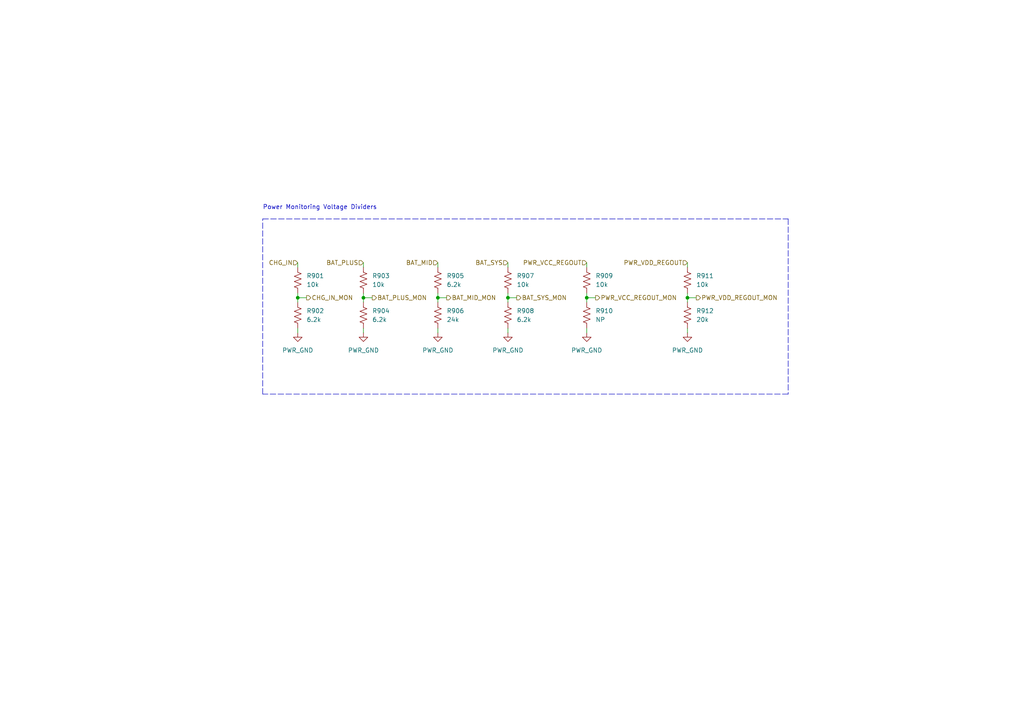
<source format=kicad_sch>
(kicad_sch
	(version 20250114)
	(generator "eeschema")
	(generator_version "9.0")
	(uuid "c237671d-0536-44e0-bf6b-a295570ab8fa")
	(paper "A4")
	(title_block
		(title "Power delivery Board")
		(date "2025-06-25")
		(rev "B")
		(comment 1 "the developed autonomous robot platform powered by LEGO Technic HUB and Rasberry Pi")
		(comment 2 "Design implemets a battery management system and power delivert for use with")
		(comment 3 "Distributed Open-source as: CC BY-SA 4.0")
	)
	(lib_symbols
		(symbol "Device:R_US"
			(pin_numbers
				(hide yes)
			)
			(pin_names
				(offset 0)
			)
			(exclude_from_sim no)
			(in_bom yes)
			(on_board yes)
			(property "Reference" "R"
				(at 2.54 0 90)
				(effects
					(font
						(size 1.27 1.27)
					)
				)
			)
			(property "Value" "R_US"
				(at -2.54 0 90)
				(effects
					(font
						(size 1.27 1.27)
					)
				)
			)
			(property "Footprint" ""
				(at 1.016 -0.254 90)
				(effects
					(font
						(size 1.27 1.27)
					)
					(hide yes)
				)
			)
			(property "Datasheet" "~"
				(at 0 0 0)
				(effects
					(font
						(size 1.27 1.27)
					)
					(hide yes)
				)
			)
			(property "Description" "Resistor, US symbol"
				(at 0 0 0)
				(effects
					(font
						(size 1.27 1.27)
					)
					(hide yes)
				)
			)
			(property "ki_keywords" "R res resistor"
				(at 0 0 0)
				(effects
					(font
						(size 1.27 1.27)
					)
					(hide yes)
				)
			)
			(property "ki_fp_filters" "R_*"
				(at 0 0 0)
				(effects
					(font
						(size 1.27 1.27)
					)
					(hide yes)
				)
			)
			(symbol "R_US_0_1"
				(polyline
					(pts
						(xy 0 2.286) (xy 0 2.54)
					)
					(stroke
						(width 0)
						(type default)
					)
					(fill
						(type none)
					)
				)
				(polyline
					(pts
						(xy 0 2.286) (xy 1.016 1.905) (xy 0 1.524) (xy -1.016 1.143) (xy 0 0.762)
					)
					(stroke
						(width 0)
						(type default)
					)
					(fill
						(type none)
					)
				)
				(polyline
					(pts
						(xy 0 0.762) (xy 1.016 0.381) (xy 0 0) (xy -1.016 -0.381) (xy 0 -0.762)
					)
					(stroke
						(width 0)
						(type default)
					)
					(fill
						(type none)
					)
				)
				(polyline
					(pts
						(xy 0 -0.762) (xy 1.016 -1.143) (xy 0 -1.524) (xy -1.016 -1.905) (xy 0 -2.286)
					)
					(stroke
						(width 0)
						(type default)
					)
					(fill
						(type none)
					)
				)
				(polyline
					(pts
						(xy 0 -2.286) (xy 0 -2.54)
					)
					(stroke
						(width 0)
						(type default)
					)
					(fill
						(type none)
					)
				)
			)
			(symbol "R_US_1_1"
				(pin passive line
					(at 0 3.81 270)
					(length 1.27)
					(name "~"
						(effects
							(font
								(size 1.27 1.27)
							)
						)
					)
					(number "1"
						(effects
							(font
								(size 1.27 1.27)
							)
						)
					)
				)
				(pin passive line
					(at 0 -3.81 90)
					(length 1.27)
					(name "~"
						(effects
							(font
								(size 1.27 1.27)
							)
						)
					)
					(number "2"
						(effects
							(font
								(size 1.27 1.27)
							)
						)
					)
				)
			)
			(embedded_fonts no)
		)
		(symbol "power:GND"
			(power)
			(pin_names
				(offset 0)
			)
			(exclude_from_sim no)
			(in_bom yes)
			(on_board yes)
			(property "Reference" "#PWR"
				(at 0 -6.35 0)
				(effects
					(font
						(size 1.27 1.27)
					)
					(hide yes)
				)
			)
			(property "Value" "GND"
				(at 0 -3.81 0)
				(effects
					(font
						(size 1.27 1.27)
					)
				)
			)
			(property "Footprint" ""
				(at 0 0 0)
				(effects
					(font
						(size 1.27 1.27)
					)
					(hide yes)
				)
			)
			(property "Datasheet" ""
				(at 0 0 0)
				(effects
					(font
						(size 1.27 1.27)
					)
					(hide yes)
				)
			)
			(property "Description" "Power symbol creates a global label with name \"GND\" , ground"
				(at 0 0 0)
				(effects
					(font
						(size 1.27 1.27)
					)
					(hide yes)
				)
			)
			(property "ki_keywords" "power-flag"
				(at 0 0 0)
				(effects
					(font
						(size 1.27 1.27)
					)
					(hide yes)
				)
			)
			(symbol "GND_0_1"
				(polyline
					(pts
						(xy 0 0) (xy 0 -1.27) (xy 1.27 -1.27) (xy 0 -2.54) (xy -1.27 -1.27) (xy 0 -1.27)
					)
					(stroke
						(width 0)
						(type default)
					)
					(fill
						(type none)
					)
				)
			)
			(symbol "GND_1_1"
				(pin power_in line
					(at 0 0 270)
					(length 0)
					(hide yes)
					(name "GND"
						(effects
							(font
								(size 1.27 1.27)
							)
						)
					)
					(number "1"
						(effects
							(font
								(size 1.27 1.27)
							)
						)
					)
				)
			)
			(embedded_fonts no)
		)
	)
	(text "Power Monitoring Voltage Dividers"
		(exclude_from_sim no)
		(at 76.2 60.96 0)
		(effects
			(font
				(size 1.27 1.27)
			)
			(justify left bottom)
		)
		(uuid "287b0575-df6f-4e56-9b98-96b46fe62b17")
	)
	(junction
		(at 170.18 86.36)
		(diameter 0)
		(color 0 0 0 0)
		(uuid "13b4e3ec-d241-4ee5-a112-0a19e9cf9fb9")
	)
	(junction
		(at 199.39 86.36)
		(diameter 0)
		(color 0 0 0 0)
		(uuid "18d24892-c1d5-4c23-930d-fbf20b048a08")
	)
	(junction
		(at 105.41 86.36)
		(diameter 0)
		(color 0 0 0 0)
		(uuid "7737f274-559e-4c29-9e67-2892150437a6")
	)
	(junction
		(at 86.36 86.36)
		(diameter 0)
		(color 0 0 0 0)
		(uuid "95dc2dab-3239-4aeb-9e49-7e61b5ae6f90")
	)
	(junction
		(at 147.32 86.36)
		(diameter 0)
		(color 0 0 0 0)
		(uuid "96ba4a4c-8c04-4e2d-91bb-d59e581ee278")
	)
	(junction
		(at 127 86.36)
		(diameter 0)
		(color 0 0 0 0)
		(uuid "cbc0f1fd-9fad-4538-82aa-d4cc55e9ff36")
	)
	(wire
		(pts
			(xy 105.41 86.36) (xy 105.41 85.09)
		)
		(stroke
			(width 0)
			(type default)
		)
		(uuid "05586b0c-61c6-400c-b907-e023de487501")
	)
	(polyline
		(pts
			(xy 76.2 63.5) (xy 228.6 63.5)
		)
		(stroke
			(width 0)
			(type dash)
		)
		(uuid "146d4507-051a-4926-b5be-833b92f74df3")
	)
	(wire
		(pts
			(xy 105.41 86.36) (xy 107.95 86.36)
		)
		(stroke
			(width 0)
			(type default)
		)
		(uuid "2ce59eb4-0a00-4d5a-bbc5-9af52ebccdbf")
	)
	(wire
		(pts
			(xy 86.36 85.09) (xy 86.36 86.36)
		)
		(stroke
			(width 0)
			(type default)
		)
		(uuid "348bcf06-2f20-454c-bfcb-c815755e853f")
	)
	(wire
		(pts
			(xy 86.36 96.52) (xy 86.36 95.25)
		)
		(stroke
			(width 0)
			(type default)
		)
		(uuid "3e80bf59-375c-4d7f-ad39-9dbaa2875776")
	)
	(wire
		(pts
			(xy 147.32 86.36) (xy 147.32 87.63)
		)
		(stroke
			(width 0)
			(type default)
		)
		(uuid "44b96ed9-8038-473d-ae8d-cba3db737405")
	)
	(wire
		(pts
			(xy 170.18 96.52) (xy 170.18 95.25)
		)
		(stroke
			(width 0)
			(type default)
		)
		(uuid "4dfeb704-9fd3-4966-bf24-34256b6eaf99")
	)
	(wire
		(pts
			(xy 86.36 86.36) (xy 88.9 86.36)
		)
		(stroke
			(width 0)
			(type default)
		)
		(uuid "4efd77ac-a831-4c03-a309-7a08bba5584a")
	)
	(wire
		(pts
			(xy 86.36 86.36) (xy 86.36 87.63)
		)
		(stroke
			(width 0)
			(type default)
		)
		(uuid "4f6c84d2-573f-45fb-8db9-6d439e0584ed")
	)
	(polyline
		(pts
			(xy 228.6 114.3) (xy 76.2 114.3)
		)
		(stroke
			(width 0)
			(type dash)
		)
		(uuid "55bfe035-3d6e-42e5-bcef-0f399f02009a")
	)
	(wire
		(pts
			(xy 170.18 86.36) (xy 170.18 87.63)
		)
		(stroke
			(width 0)
			(type default)
		)
		(uuid "5682838d-fd47-46d0-8e37-ca663c177baa")
	)
	(wire
		(pts
			(xy 127 96.52) (xy 127 95.25)
		)
		(stroke
			(width 0)
			(type default)
		)
		(uuid "623bac7b-512f-413f-b53f-12830fb66aa2")
	)
	(wire
		(pts
			(xy 170.18 85.09) (xy 170.18 86.36)
		)
		(stroke
			(width 0)
			(type default)
		)
		(uuid "6493a708-e2d4-4c65-a1ee-1aea7e27e6af")
	)
	(wire
		(pts
			(xy 147.32 86.36) (xy 147.32 85.09)
		)
		(stroke
			(width 0)
			(type default)
		)
		(uuid "68d24814-492e-4343-82c2-657fc234b2d2")
	)
	(wire
		(pts
			(xy 170.18 76.2) (xy 170.18 77.47)
		)
		(stroke
			(width 0)
			(type default)
		)
		(uuid "70c152b0-803c-472b-8e0e-07b281c26e6a")
	)
	(wire
		(pts
			(xy 127 86.36) (xy 127 85.09)
		)
		(stroke
			(width 0)
			(type default)
		)
		(uuid "72a614c3-f81f-4a3f-aa6f-300726f77915")
	)
	(wire
		(pts
			(xy 105.41 96.52) (xy 105.41 95.25)
		)
		(stroke
			(width 0)
			(type default)
		)
		(uuid "7909111f-2ff1-4364-8f04-d80a5dd86086")
	)
	(wire
		(pts
			(xy 170.18 86.36) (xy 172.72 86.36)
		)
		(stroke
			(width 0)
			(type default)
		)
		(uuid "7a7ddae7-9957-4ee8-a4b6-4a3f1d2a710f")
	)
	(wire
		(pts
			(xy 105.41 76.2) (xy 105.41 77.47)
		)
		(stroke
			(width 0)
			(type default)
		)
		(uuid "7adc6539-1cdd-4ce6-b48a-66bf2e8833bf")
	)
	(wire
		(pts
			(xy 105.41 86.36) (xy 105.41 87.63)
		)
		(stroke
			(width 0)
			(type default)
		)
		(uuid "9336221c-5884-4e34-bb45-277b9e356f80")
	)
	(wire
		(pts
			(xy 199.39 76.2) (xy 199.39 77.47)
		)
		(stroke
			(width 0)
			(type default)
		)
		(uuid "96eb265e-b819-45e3-aba4-395479db3a9e")
	)
	(wire
		(pts
			(xy 199.39 85.09) (xy 199.39 86.36)
		)
		(stroke
			(width 0)
			(type default)
		)
		(uuid "9bff43de-a169-434b-a1e1-e9b8386456c8")
	)
	(polyline
		(pts
			(xy 228.6 63.5) (xy 228.6 114.3)
		)
		(stroke
			(width 0)
			(type dash)
		)
		(uuid "9db27196-57ec-471c-a5b6-e1c9203e557a")
	)
	(wire
		(pts
			(xy 199.39 96.52) (xy 199.39 95.25)
		)
		(stroke
			(width 0)
			(type default)
		)
		(uuid "9f42a6f2-d5cc-4020-a893-0151f7d4a890")
	)
	(wire
		(pts
			(xy 147.32 86.36) (xy 149.86 86.36)
		)
		(stroke
			(width 0)
			(type default)
		)
		(uuid "a397318b-eeed-4120-a5e5-73106dee5073")
	)
	(wire
		(pts
			(xy 127 86.36) (xy 127 87.63)
		)
		(stroke
			(width 0)
			(type default)
		)
		(uuid "c4dab21e-df0e-4450-99c8-6923b4b3e61b")
	)
	(wire
		(pts
			(xy 199.39 86.36) (xy 201.93 86.36)
		)
		(stroke
			(width 0)
			(type default)
		)
		(uuid "c8ca5206-21cd-46e4-8f02-9918a57585ed")
	)
	(wire
		(pts
			(xy 127 76.2) (xy 127 77.47)
		)
		(stroke
			(width 0)
			(type default)
		)
		(uuid "d99c13b7-305d-4dca-985d-ec9843684707")
	)
	(polyline
		(pts
			(xy 76.2 114.3) (xy 76.2 63.5)
		)
		(stroke
			(width 0)
			(type dash)
		)
		(uuid "e27e95d0-c23e-4c7d-9b72-d5cd17862077")
	)
	(wire
		(pts
			(xy 127 86.36) (xy 129.54 86.36)
		)
		(stroke
			(width 0)
			(type default)
		)
		(uuid "ebc01157-f1bb-4e3b-9ee4-7f0c9d4afcad")
	)
	(wire
		(pts
			(xy 199.39 86.36) (xy 199.39 87.63)
		)
		(stroke
			(width 0)
			(type default)
		)
		(uuid "f46d0594-082b-4e98-a07c-963768c617d2")
	)
	(wire
		(pts
			(xy 86.36 76.2) (xy 86.36 77.47)
		)
		(stroke
			(width 0)
			(type default)
		)
		(uuid "fb61ce35-2a38-4e07-be92-f06137535115")
	)
	(wire
		(pts
			(xy 147.32 96.52) (xy 147.32 95.25)
		)
		(stroke
			(width 0)
			(type default)
		)
		(uuid "fb649c35-4ca6-4b36-b54d-f81a015acb87")
	)
	(wire
		(pts
			(xy 147.32 76.2) (xy 147.32 77.47)
		)
		(stroke
			(width 0)
			(type default)
		)
		(uuid "fc977607-2a3c-47a6-9438-45803dd10d0a")
	)
	(hierarchical_label "BAT_SYS_MON"
		(shape output)
		(at 149.86 86.36 0)
		(effects
			(font
				(size 1.27 1.27)
			)
			(justify left)
		)
		(uuid "1b24352f-1d40-4081-b592-f5a5ba46be1c")
	)
	(hierarchical_label "BAT_MID"
		(shape input)
		(at 127 76.2 180)
		(effects
			(font
				(size 1.27 1.27)
			)
			(justify right)
		)
		(uuid "44fc7845-bbf0-4718-9703-53241c9a6736")
	)
	(hierarchical_label "CHG_IN_MON"
		(shape output)
		(at 88.9 86.36 0)
		(effects
			(font
				(size 1.27 1.27)
			)
			(justify left)
		)
		(uuid "5d459995-db83-4dd5-8a39-2ff7a8624e18")
	)
	(hierarchical_label "BAT_SYS"
		(shape input)
		(at 147.32 76.2 180)
		(effects
			(font
				(size 1.27 1.27)
			)
			(justify right)
		)
		(uuid "6530e18e-275f-461c-9549-6ad7d9748ca8")
	)
	(hierarchical_label "PWR_VDD_REGOUT_MON"
		(shape output)
		(at 201.93 86.36 0)
		(effects
			(font
				(size 1.27 1.27)
			)
			(justify left)
		)
		(uuid "739fe848-9af3-4b3a-a717-2214ecd30add")
	)
	(hierarchical_label "PWR_VDD_REGOUT"
		(shape input)
		(at 199.39 76.2 180)
		(effects
			(font
				(size 1.27 1.27)
			)
			(justify right)
		)
		(uuid "9ba996a9-5f28-484d-858b-3654596a8b0c")
	)
	(hierarchical_label "PWR_VCC_REGOUT"
		(shape input)
		(at 170.18 76.2 180)
		(effects
			(font
				(size 1.27 1.27)
			)
			(justify right)
		)
		(uuid "9f85b7c3-46ff-46e3-a204-69539bd04496")
	)
	(hierarchical_label "PWR_VCC_REGOUT_MON"
		(shape output)
		(at 172.72 86.36 0)
		(effects
			(font
				(size 1.27 1.27)
			)
			(justify left)
		)
		(uuid "a0cecbb2-b5ea-4856-84f9-f8c27cc03854")
	)
	(hierarchical_label "BAT_PLUS"
		(shape input)
		(at 105.41 76.2 180)
		(effects
			(font
				(size 1.27 1.27)
			)
			(justify right)
		)
		(uuid "a676f5e4-9559-40bd-9f69-24df48a5dc6c")
	)
	(hierarchical_label "BAT_PLUS_MON"
		(shape output)
		(at 107.95 86.36 0)
		(effects
			(font
				(size 1.27 1.27)
			)
			(justify left)
		)
		(uuid "d6e3f552-770e-45c7-8907-8580d24e9c31")
	)
	(hierarchical_label "BAT_MID_MON"
		(shape output)
		(at 129.54 86.36 0)
		(effects
			(font
				(size 1.27 1.27)
			)
			(justify left)
		)
		(uuid "f9fcb1da-a74f-456a-8e8f-37018ca013ac")
	)
	(hierarchical_label "CHG_IN"
		(shape input)
		(at 86.36 76.2 180)
		(effects
			(font
				(size 1.27 1.27)
			)
			(justify right)
		)
		(uuid "fcda2ed6-9524-4c02-8745-2dec6cd5e9f3")
	)
	(symbol
		(lib_id "power:GND")
		(at 86.36 96.52 0)
		(mirror y)
		(unit 1)
		(exclude_from_sim no)
		(in_bom yes)
		(on_board yes)
		(dnp no)
		(uuid "04ca525f-0ef3-465d-bf35-5ee86915a9d0")
		(property "Reference" "#PWR0901"
			(at 86.36 102.87 0)
			(effects
				(font
					(size 1.27 1.27)
				)
				(hide yes)
			)
		)
		(property "Value" "PWR_GND"
			(at 86.36 101.6 0)
			(effects
				(font
					(size 1.27 1.27)
				)
			)
		)
		(property "Footprint" ""
			(at 86.36 96.52 0)
			(effects
				(font
					(size 1.27 1.27)
				)
				(hide yes)
			)
		)
		(property "Datasheet" ""
			(at 86.36 96.52 0)
			(effects
				(font
					(size 1.27 1.27)
				)
				(hide yes)
			)
		)
		(property "Description" ""
			(at 86.36 96.52 0)
			(effects
				(font
					(size 1.27 1.27)
				)
				(hide yes)
			)
		)
		(pin "1"
			(uuid "a0414567-5a98-4826-8f8f-6c0c01c9e6dd")
		)
		(instances
			(project "ROSCM4"
				(path "/383a69bc-2dc9-4445-8213-92315a13784a/4b640107-9f3c-4955-8f57-cee1f25c3b07/2df0c814-c5a6-41f3-84ab-6b81c605b34c"
					(reference "#PWR0901")
					(unit 1)
				)
			)
		)
	)
	(symbol
		(lib_id "power:GND")
		(at 199.39 96.52 0)
		(mirror y)
		(unit 1)
		(exclude_from_sim no)
		(in_bom yes)
		(on_board yes)
		(dnp no)
		(uuid "153be431-c985-4a3a-980f-20179af62653")
		(property "Reference" "#PWR0906"
			(at 199.39 102.87 0)
			(effects
				(font
					(size 1.27 1.27)
				)
				(hide yes)
			)
		)
		(property "Value" "PWR_GND"
			(at 199.39 101.6 0)
			(effects
				(font
					(size 1.27 1.27)
				)
			)
		)
		(property "Footprint" ""
			(at 199.39 96.52 0)
			(effects
				(font
					(size 1.27 1.27)
				)
				(hide yes)
			)
		)
		(property "Datasheet" ""
			(at 199.39 96.52 0)
			(effects
				(font
					(size 1.27 1.27)
				)
				(hide yes)
			)
		)
		(property "Description" ""
			(at 199.39 96.52 0)
			(effects
				(font
					(size 1.27 1.27)
				)
				(hide yes)
			)
		)
		(pin "1"
			(uuid "3ea7c021-f16d-43f9-8b80-cb2db23ddf98")
		)
		(instances
			(project "ROSCM4"
				(path "/383a69bc-2dc9-4445-8213-92315a13784a/4b640107-9f3c-4955-8f57-cee1f25c3b07/2df0c814-c5a6-41f3-84ab-6b81c605b34c"
					(reference "#PWR0906")
					(unit 1)
				)
			)
		)
	)
	(symbol
		(lib_id "power:GND")
		(at 170.18 96.52 0)
		(mirror y)
		(unit 1)
		(exclude_from_sim no)
		(in_bom yes)
		(on_board yes)
		(dnp no)
		(uuid "1e27d6ef-b5e1-4064-b344-1b00d7d3de46")
		(property "Reference" "#PWR0905"
			(at 170.18 102.87 0)
			(effects
				(font
					(size 1.27 1.27)
				)
				(hide yes)
			)
		)
		(property "Value" "PWR_GND"
			(at 170.18 101.6 0)
			(effects
				(font
					(size 1.27 1.27)
				)
			)
		)
		(property "Footprint" ""
			(at 170.18 96.52 0)
			(effects
				(font
					(size 1.27 1.27)
				)
				(hide yes)
			)
		)
		(property "Datasheet" ""
			(at 170.18 96.52 0)
			(effects
				(font
					(size 1.27 1.27)
				)
				(hide yes)
			)
		)
		(property "Description" ""
			(at 170.18 96.52 0)
			(effects
				(font
					(size 1.27 1.27)
				)
				(hide yes)
			)
		)
		(pin "1"
			(uuid "590debfd-a7ad-4442-a3db-2f02613ebb92")
		)
		(instances
			(project "ROSCM4"
				(path "/383a69bc-2dc9-4445-8213-92315a13784a/4b640107-9f3c-4955-8f57-cee1f25c3b07/2df0c814-c5a6-41f3-84ab-6b81c605b34c"
					(reference "#PWR0905")
					(unit 1)
				)
			)
		)
	)
	(symbol
		(lib_id "Device:R_US")
		(at 105.41 81.28 0)
		(unit 1)
		(exclude_from_sim no)
		(in_bom yes)
		(on_board yes)
		(dnp no)
		(uuid "206b0734-281f-405e-b31c-8d25553c2006")
		(property "Reference" "R903"
			(at 107.95 80.0099 0)
			(effects
				(font
					(size 1.27 1.27)
				)
				(justify left)
			)
		)
		(property "Value" "10k"
			(at 107.95 82.5499 0)
			(effects
				(font
					(size 1.27 1.27)
				)
				(justify left)
			)
		)
		(property "Footprint" "Resistor_SMD:R_0402_1005Metric"
			(at 106.426 81.534 90)
			(effects
				(font
					(size 1.27 1.27)
				)
				(hide yes)
			)
		)
		(property "Datasheet" "~"
			(at 105.41 81.28 0)
			(effects
				(font
					(size 1.27 1.27)
				)
				(hide yes)
			)
		)
		(property "Description" ""
			(at 105.41 81.28 0)
			(effects
				(font
					(size 1.27 1.27)
				)
				(hide yes)
			)
		)
		(property "AVAILABILITY" ""
			(at 105.41 81.28 0)
			(effects
				(font
					(size 1.27 1.27)
				)
			)
		)
		(property "DATASHEET-URL" ""
			(at 105.41 81.28 0)
			(effects
				(font
					(size 1.27 1.27)
				)
			)
		)
		(property "DESCRIPTION" ""
			(at 105.41 81.28 0)
			(effects
				(font
					(size 1.27 1.27)
				)
			)
		)
		(property "DIGI-KEY_PART_NUMBER" ""
			(at 105.41 81.28 0)
			(effects
				(font
					(size 1.27 1.27)
				)
			)
		)
		(property "DIGI-KEY_PURCHASE_URL" ""
			(at 105.41 81.28 0)
			(effects
				(font
					(size 1.27 1.27)
				)
			)
		)
		(property "IR-UL" ""
			(at 105.41 81.28 0)
			(effects
				(font
					(size 1.27 1.27)
				)
			)
		)
		(property "MOUNT" ""
			(at 105.41 81.28 0)
			(effects
				(font
					(size 1.27 1.27)
				)
			)
		)
		(property "PACKAGE" ""
			(at 105.41 81.28 0)
			(effects
				(font
					(size 1.27 1.27)
				)
			)
		)
		(property "PART-NUMBER" ""
			(at 105.41 81.28 0)
			(effects
				(font
					(size 1.27 1.27)
				)
			)
		)
		(property "PINS" ""
			(at 105.41 81.28 0)
			(effects
				(font
					(size 1.27 1.27)
				)
			)
		)
		(property "PITCH" ""
			(at 105.41 81.28 0)
			(effects
				(font
					(size 1.27 1.27)
				)
			)
		)
		(property "PRICE" ""
			(at 105.41 81.28 0)
			(effects
				(font
					(size 1.27 1.27)
				)
			)
		)
		(property "PURCHASE-URL" ""
			(at 105.41 81.28 0)
			(effects
				(font
					(size 1.27 1.27)
				)
			)
		)
		(property "Purchase-URL" ""
			(at 105.41 81.28 0)
			(effects
				(font
					(size 1.27 1.27)
				)
			)
		)
		(property "Specifications" ""
			(at 105.41 81.28 0)
			(effects
				(font
					(size 1.27 1.27)
				)
			)
		)
		(property "TYPE" ""
			(at 105.41 81.28 0)
			(effects
				(font
					(size 1.27 1.27)
				)
			)
		)
		(property "VALUE" ""
			(at 105.41 81.28 0)
			(effects
				(font
					(size 1.27 1.27)
				)
			)
		)
		(property "WIRE" ""
			(at 105.41 81.28 0)
			(effects
				(font
					(size 1.27 1.27)
				)
			)
		)
		(property "WORKING-VOLTAGE-UL" ""
			(at 105.41 81.28 0)
			(effects
				(font
					(size 1.27 1.27)
				)
			)
		)
		(pin "1"
			(uuid "4d2bd829-fc64-4539-b788-e0eb77c0c235")
		)
		(pin "2"
			(uuid "e1a33ee5-be52-4903-99e1-d6bb19b176d6")
		)
		(instances
			(project "ROSCM4"
				(path "/383a69bc-2dc9-4445-8213-92315a13784a/4b640107-9f3c-4955-8f57-cee1f25c3b07/2df0c814-c5a6-41f3-84ab-6b81c605b34c"
					(reference "R903")
					(unit 1)
				)
			)
		)
	)
	(symbol
		(lib_id "Device:R_US")
		(at 199.39 91.44 0)
		(unit 1)
		(exclude_from_sim no)
		(in_bom yes)
		(on_board yes)
		(dnp no)
		(uuid "22766645-7a9c-4020-be88-94979acbdfe8")
		(property "Reference" "R912"
			(at 201.93 90.1699 0)
			(effects
				(font
					(size 1.27 1.27)
				)
				(justify left)
			)
		)
		(property "Value" "20k"
			(at 201.93 92.7099 0)
			(effects
				(font
					(size 1.27 1.27)
				)
				(justify left)
			)
		)
		(property "Footprint" "Resistor_SMD:R_0402_1005Metric"
			(at 200.406 91.694 90)
			(effects
				(font
					(size 1.27 1.27)
				)
				(hide yes)
			)
		)
		(property "Datasheet" "~"
			(at 199.39 91.44 0)
			(effects
				(font
					(size 1.27 1.27)
				)
				(hide yes)
			)
		)
		(property "Description" ""
			(at 199.39 91.44 0)
			(effects
				(font
					(size 1.27 1.27)
				)
				(hide yes)
			)
		)
		(property "AVAILABILITY" ""
			(at 199.39 91.44 0)
			(effects
				(font
					(size 1.27 1.27)
				)
			)
		)
		(property "DATASHEET-URL" ""
			(at 199.39 91.44 0)
			(effects
				(font
					(size 1.27 1.27)
				)
			)
		)
		(property "DESCRIPTION" ""
			(at 199.39 91.44 0)
			(effects
				(font
					(size 1.27 1.27)
				)
			)
		)
		(property "DIGI-KEY_PART_NUMBER" ""
			(at 199.39 91.44 0)
			(effects
				(font
					(size 1.27 1.27)
				)
			)
		)
		(property "DIGI-KEY_PURCHASE_URL" ""
			(at 199.39 91.44 0)
			(effects
				(font
					(size 1.27 1.27)
				)
			)
		)
		(property "IR-UL" ""
			(at 199.39 91.44 0)
			(effects
				(font
					(size 1.27 1.27)
				)
			)
		)
		(property "MOUNT" ""
			(at 199.39 91.44 0)
			(effects
				(font
					(size 1.27 1.27)
				)
			)
		)
		(property "PACKAGE" ""
			(at 199.39 91.44 0)
			(effects
				(font
					(size 1.27 1.27)
				)
			)
		)
		(property "PART-NUMBER" ""
			(at 199.39 91.44 0)
			(effects
				(font
					(size 1.27 1.27)
				)
			)
		)
		(property "PINS" ""
			(at 199.39 91.44 0)
			(effects
				(font
					(size 1.27 1.27)
				)
			)
		)
		(property "PITCH" ""
			(at 199.39 91.44 0)
			(effects
				(font
					(size 1.27 1.27)
				)
			)
		)
		(property "PRICE" ""
			(at 199.39 91.44 0)
			(effects
				(font
					(size 1.27 1.27)
				)
			)
		)
		(property "PURCHASE-URL" ""
			(at 199.39 91.44 0)
			(effects
				(font
					(size 1.27 1.27)
				)
			)
		)
		(property "Purchase-URL" ""
			(at 199.39 91.44 0)
			(effects
				(font
					(size 1.27 1.27)
				)
			)
		)
		(property "Specifications" ""
			(at 199.39 91.44 0)
			(effects
				(font
					(size 1.27 1.27)
				)
			)
		)
		(property "TYPE" ""
			(at 199.39 91.44 0)
			(effects
				(font
					(size 1.27 1.27)
				)
			)
		)
		(property "VALUE" ""
			(at 199.39 91.44 0)
			(effects
				(font
					(size 1.27 1.27)
				)
			)
		)
		(property "WIRE" ""
			(at 199.39 91.44 0)
			(effects
				(font
					(size 1.27 1.27)
				)
			)
		)
		(property "WORKING-VOLTAGE-UL" ""
			(at 199.39 91.44 0)
			(effects
				(font
					(size 1.27 1.27)
				)
			)
		)
		(pin "1"
			(uuid "e186603a-0b70-49bc-aafa-5b8cac889ffb")
		)
		(pin "2"
			(uuid "0718a65a-d57a-430a-aa2b-27f7950bb82f")
		)
		(instances
			(project "ROSCM4"
				(path "/383a69bc-2dc9-4445-8213-92315a13784a/4b640107-9f3c-4955-8f57-cee1f25c3b07/2df0c814-c5a6-41f3-84ab-6b81c605b34c"
					(reference "R912")
					(unit 1)
				)
			)
		)
	)
	(symbol
		(lib_id "Device:R_US")
		(at 86.36 91.44 0)
		(unit 1)
		(exclude_from_sim no)
		(in_bom yes)
		(on_board yes)
		(dnp no)
		(uuid "46b067a1-866f-4752-b2cf-52f22dcebc88")
		(property "Reference" "R902"
			(at 88.9 90.1699 0)
			(effects
				(font
					(size 1.27 1.27)
				)
				(justify left)
			)
		)
		(property "Value" "6.2k"
			(at 88.9 92.7099 0)
			(effects
				(font
					(size 1.27 1.27)
				)
				(justify left)
			)
		)
		(property "Footprint" "Resistor_SMD:R_0402_1005Metric"
			(at 87.376 91.694 90)
			(effects
				(font
					(size 1.27 1.27)
				)
				(hide yes)
			)
		)
		(property "Datasheet" "~"
			(at 86.36 91.44 0)
			(effects
				(font
					(size 1.27 1.27)
				)
				(hide yes)
			)
		)
		(property "Description" ""
			(at 86.36 91.44 0)
			(effects
				(font
					(size 1.27 1.27)
				)
				(hide yes)
			)
		)
		(property "AVAILABILITY" ""
			(at 86.36 91.44 0)
			(effects
				(font
					(size 1.27 1.27)
				)
			)
		)
		(property "DATASHEET-URL" ""
			(at 86.36 91.44 0)
			(effects
				(font
					(size 1.27 1.27)
				)
			)
		)
		(property "DESCRIPTION" ""
			(at 86.36 91.44 0)
			(effects
				(font
					(size 1.27 1.27)
				)
			)
		)
		(property "DIGI-KEY_PART_NUMBER" ""
			(at 86.36 91.44 0)
			(effects
				(font
					(size 1.27 1.27)
				)
			)
		)
		(property "DIGI-KEY_PURCHASE_URL" ""
			(at 86.36 91.44 0)
			(effects
				(font
					(size 1.27 1.27)
				)
			)
		)
		(property "IR-UL" ""
			(at 86.36 91.44 0)
			(effects
				(font
					(size 1.27 1.27)
				)
			)
		)
		(property "MOUNT" ""
			(at 86.36 91.44 0)
			(effects
				(font
					(size 1.27 1.27)
				)
			)
		)
		(property "PACKAGE" ""
			(at 86.36 91.44 0)
			(effects
				(font
					(size 1.27 1.27)
				)
			)
		)
		(property "PART-NUMBER" ""
			(at 86.36 91.44 0)
			(effects
				(font
					(size 1.27 1.27)
				)
			)
		)
		(property "PINS" ""
			(at 86.36 91.44 0)
			(effects
				(font
					(size 1.27 1.27)
				)
			)
		)
		(property "PITCH" ""
			(at 86.36 91.44 0)
			(effects
				(font
					(size 1.27 1.27)
				)
			)
		)
		(property "PRICE" ""
			(at 86.36 91.44 0)
			(effects
				(font
					(size 1.27 1.27)
				)
			)
		)
		(property "PURCHASE-URL" ""
			(at 86.36 91.44 0)
			(effects
				(font
					(size 1.27 1.27)
				)
			)
		)
		(property "Purchase-URL" ""
			(at 86.36 91.44 0)
			(effects
				(font
					(size 1.27 1.27)
				)
			)
		)
		(property "Specifications" ""
			(at 86.36 91.44 0)
			(effects
				(font
					(size 1.27 1.27)
				)
			)
		)
		(property "TYPE" ""
			(at 86.36 91.44 0)
			(effects
				(font
					(size 1.27 1.27)
				)
			)
		)
		(property "VALUE" ""
			(at 86.36 91.44 0)
			(effects
				(font
					(size 1.27 1.27)
				)
			)
		)
		(property "WIRE" ""
			(at 86.36 91.44 0)
			(effects
				(font
					(size 1.27 1.27)
				)
			)
		)
		(property "WORKING-VOLTAGE-UL" ""
			(at 86.36 91.44 0)
			(effects
				(font
					(size 1.27 1.27)
				)
			)
		)
		(pin "1"
			(uuid "ff21084a-364e-430c-b416-ac3db1ca3f08")
		)
		(pin "2"
			(uuid "0e903352-683c-4a4a-ae82-d16c628c7e02")
		)
		(instances
			(project "ROSCM4"
				(path "/383a69bc-2dc9-4445-8213-92315a13784a/4b640107-9f3c-4955-8f57-cee1f25c3b07/2df0c814-c5a6-41f3-84ab-6b81c605b34c"
					(reference "R902")
					(unit 1)
				)
			)
		)
	)
	(symbol
		(lib_id "power:GND")
		(at 127 96.52 0)
		(mirror y)
		(unit 1)
		(exclude_from_sim no)
		(in_bom yes)
		(on_board yes)
		(dnp no)
		(uuid "5597244e-a349-463a-af9c-253db93b7856")
		(property "Reference" "#PWR0903"
			(at 127 102.87 0)
			(effects
				(font
					(size 1.27 1.27)
				)
				(hide yes)
			)
		)
		(property "Value" "PWR_GND"
			(at 127 101.6 0)
			(effects
				(font
					(size 1.27 1.27)
				)
			)
		)
		(property "Footprint" ""
			(at 127 96.52 0)
			(effects
				(font
					(size 1.27 1.27)
				)
				(hide yes)
			)
		)
		(property "Datasheet" ""
			(at 127 96.52 0)
			(effects
				(font
					(size 1.27 1.27)
				)
				(hide yes)
			)
		)
		(property "Description" ""
			(at 127 96.52 0)
			(effects
				(font
					(size 1.27 1.27)
				)
				(hide yes)
			)
		)
		(pin "1"
			(uuid "48bf4b09-74cf-4706-acf7-a48614929416")
		)
		(instances
			(project "ROSCM4"
				(path "/383a69bc-2dc9-4445-8213-92315a13784a/4b640107-9f3c-4955-8f57-cee1f25c3b07/2df0c814-c5a6-41f3-84ab-6b81c605b34c"
					(reference "#PWR0903")
					(unit 1)
				)
			)
		)
	)
	(symbol
		(lib_id "Device:R_US")
		(at 147.32 81.28 0)
		(unit 1)
		(exclude_from_sim no)
		(in_bom yes)
		(on_board yes)
		(dnp no)
		(uuid "5d181b9a-1fed-4b12-b297-560fa7f13d13")
		(property "Reference" "R907"
			(at 149.86 80.0099 0)
			(effects
				(font
					(size 1.27 1.27)
				)
				(justify left)
			)
		)
		(property "Value" "10k"
			(at 149.86 82.5499 0)
			(effects
				(font
					(size 1.27 1.27)
				)
				(justify left)
			)
		)
		(property "Footprint" "Resistor_SMD:R_0402_1005Metric"
			(at 148.336 81.534 90)
			(effects
				(font
					(size 1.27 1.27)
				)
				(hide yes)
			)
		)
		(property "Datasheet" "~"
			(at 147.32 81.28 0)
			(effects
				(font
					(size 1.27 1.27)
				)
				(hide yes)
			)
		)
		(property "Description" ""
			(at 147.32 81.28 0)
			(effects
				(font
					(size 1.27 1.27)
				)
				(hide yes)
			)
		)
		(property "AVAILABILITY" ""
			(at 147.32 81.28 0)
			(effects
				(font
					(size 1.27 1.27)
				)
			)
		)
		(property "DATASHEET-URL" ""
			(at 147.32 81.28 0)
			(effects
				(font
					(size 1.27 1.27)
				)
			)
		)
		(property "DESCRIPTION" ""
			(at 147.32 81.28 0)
			(effects
				(font
					(size 1.27 1.27)
				)
			)
		)
		(property "DIGI-KEY_PART_NUMBER" ""
			(at 147.32 81.28 0)
			(effects
				(font
					(size 1.27 1.27)
				)
			)
		)
		(property "DIGI-KEY_PURCHASE_URL" ""
			(at 147.32 81.28 0)
			(effects
				(font
					(size 1.27 1.27)
				)
			)
		)
		(property "IR-UL" ""
			(at 147.32 81.28 0)
			(effects
				(font
					(size 1.27 1.27)
				)
			)
		)
		(property "MOUNT" ""
			(at 147.32 81.28 0)
			(effects
				(font
					(size 1.27 1.27)
				)
			)
		)
		(property "PACKAGE" ""
			(at 147.32 81.28 0)
			(effects
				(font
					(size 1.27 1.27)
				)
			)
		)
		(property "PART-NUMBER" ""
			(at 147.32 81.28 0)
			(effects
				(font
					(size 1.27 1.27)
				)
			)
		)
		(property "PINS" ""
			(at 147.32 81.28 0)
			(effects
				(font
					(size 1.27 1.27)
				)
			)
		)
		(property "PITCH" ""
			(at 147.32 81.28 0)
			(effects
				(font
					(size 1.27 1.27)
				)
			)
		)
		(property "PRICE" ""
			(at 147.32 81.28 0)
			(effects
				(font
					(size 1.27 1.27)
				)
			)
		)
		(property "PURCHASE-URL" ""
			(at 147.32 81.28 0)
			(effects
				(font
					(size 1.27 1.27)
				)
			)
		)
		(property "Purchase-URL" ""
			(at 147.32 81.28 0)
			(effects
				(font
					(size 1.27 1.27)
				)
			)
		)
		(property "Specifications" ""
			(at 147.32 81.28 0)
			(effects
				(font
					(size 1.27 1.27)
				)
			)
		)
		(property "TYPE" ""
			(at 147.32 81.28 0)
			(effects
				(font
					(size 1.27 1.27)
				)
			)
		)
		(property "VALUE" ""
			(at 147.32 81.28 0)
			(effects
				(font
					(size 1.27 1.27)
				)
			)
		)
		(property "WIRE" ""
			(at 147.32 81.28 0)
			(effects
				(font
					(size 1.27 1.27)
				)
			)
		)
		(property "WORKING-VOLTAGE-UL" ""
			(at 147.32 81.28 0)
			(effects
				(font
					(size 1.27 1.27)
				)
			)
		)
		(pin "1"
			(uuid "b85814c5-64ff-474a-b1d9-d0eb951b2c3e")
		)
		(pin "2"
			(uuid "ed09fcc5-e8c2-4dc2-80ab-f199d4e38c3e")
		)
		(instances
			(project "ROSCM4"
				(path "/383a69bc-2dc9-4445-8213-92315a13784a/4b640107-9f3c-4955-8f57-cee1f25c3b07/2df0c814-c5a6-41f3-84ab-6b81c605b34c"
					(reference "R907")
					(unit 1)
				)
			)
		)
	)
	(symbol
		(lib_id "power:GND")
		(at 147.32 96.52 0)
		(mirror y)
		(unit 1)
		(exclude_from_sim no)
		(in_bom yes)
		(on_board yes)
		(dnp no)
		(uuid "5d998ab9-ef78-4783-bb1f-47b058dba026")
		(property "Reference" "#PWR0904"
			(at 147.32 102.87 0)
			(effects
				(font
					(size 1.27 1.27)
				)
				(hide yes)
			)
		)
		(property "Value" "PWR_GND"
			(at 147.32 101.6 0)
			(effects
				(font
					(size 1.27 1.27)
				)
			)
		)
		(property "Footprint" ""
			(at 147.32 96.52 0)
			(effects
				(font
					(size 1.27 1.27)
				)
				(hide yes)
			)
		)
		(property "Datasheet" ""
			(at 147.32 96.52 0)
			(effects
				(font
					(size 1.27 1.27)
				)
				(hide yes)
			)
		)
		(property "Description" ""
			(at 147.32 96.52 0)
			(effects
				(font
					(size 1.27 1.27)
				)
				(hide yes)
			)
		)
		(pin "1"
			(uuid "4f6e46af-66a0-4ea7-846e-f07dbe2bb070")
		)
		(instances
			(project "ROSCM4"
				(path "/383a69bc-2dc9-4445-8213-92315a13784a/4b640107-9f3c-4955-8f57-cee1f25c3b07/2df0c814-c5a6-41f3-84ab-6b81c605b34c"
					(reference "#PWR0904")
					(unit 1)
				)
			)
		)
	)
	(symbol
		(lib_id "power:GND")
		(at 105.41 96.52 0)
		(mirror y)
		(unit 1)
		(exclude_from_sim no)
		(in_bom yes)
		(on_board yes)
		(dnp no)
		(uuid "5e0bad01-306e-45fd-9d0d-99b513e63ab3")
		(property "Reference" "#PWR0902"
			(at 105.41 102.87 0)
			(effects
				(font
					(size 1.27 1.27)
				)
				(hide yes)
			)
		)
		(property "Value" "PWR_GND"
			(at 105.41 101.6 0)
			(effects
				(font
					(size 1.27 1.27)
				)
			)
		)
		(property "Footprint" ""
			(at 105.41 96.52 0)
			(effects
				(font
					(size 1.27 1.27)
				)
				(hide yes)
			)
		)
		(property "Datasheet" ""
			(at 105.41 96.52 0)
			(effects
				(font
					(size 1.27 1.27)
				)
				(hide yes)
			)
		)
		(property "Description" ""
			(at 105.41 96.52 0)
			(effects
				(font
					(size 1.27 1.27)
				)
				(hide yes)
			)
		)
		(pin "1"
			(uuid "ef828144-7ada-4189-b7bb-b739bbaad6d0")
		)
		(instances
			(project "ROSCM4"
				(path "/383a69bc-2dc9-4445-8213-92315a13784a/4b640107-9f3c-4955-8f57-cee1f25c3b07/2df0c814-c5a6-41f3-84ab-6b81c605b34c"
					(reference "#PWR0902")
					(unit 1)
				)
			)
		)
	)
	(symbol
		(lib_id "Device:R_US")
		(at 170.18 81.28 0)
		(unit 1)
		(exclude_from_sim no)
		(in_bom yes)
		(on_board yes)
		(dnp no)
		(uuid "63d068ee-c9f3-45da-95b0-130e39fcb499")
		(property "Reference" "R909"
			(at 172.72 80.0099 0)
			(effects
				(font
					(size 1.27 1.27)
				)
				(justify left)
			)
		)
		(property "Value" "10k"
			(at 172.72 82.5499 0)
			(effects
				(font
					(size 1.27 1.27)
				)
				(justify left)
			)
		)
		(property "Footprint" "Resistor_SMD:R_0402_1005Metric"
			(at 171.196 81.534 90)
			(effects
				(font
					(size 1.27 1.27)
				)
				(hide yes)
			)
		)
		(property "Datasheet" "~"
			(at 170.18 81.28 0)
			(effects
				(font
					(size 1.27 1.27)
				)
				(hide yes)
			)
		)
		(property "Description" ""
			(at 170.18 81.28 0)
			(effects
				(font
					(size 1.27 1.27)
				)
				(hide yes)
			)
		)
		(property "AVAILABILITY" ""
			(at 170.18 81.28 0)
			(effects
				(font
					(size 1.27 1.27)
				)
			)
		)
		(property "DATASHEET-URL" ""
			(at 170.18 81.28 0)
			(effects
				(font
					(size 1.27 1.27)
				)
			)
		)
		(property "DESCRIPTION" ""
			(at 170.18 81.28 0)
			(effects
				(font
					(size 1.27 1.27)
				)
			)
		)
		(property "DIGI-KEY_PART_NUMBER" ""
			(at 170.18 81.28 0)
			(effects
				(font
					(size 1.27 1.27)
				)
			)
		)
		(property "DIGI-KEY_PURCHASE_URL" ""
			(at 170.18 81.28 0)
			(effects
				(font
					(size 1.27 1.27)
				)
			)
		)
		(property "IR-UL" ""
			(at 170.18 81.28 0)
			(effects
				(font
					(size 1.27 1.27)
				)
			)
		)
		(property "MOUNT" ""
			(at 170.18 81.28 0)
			(effects
				(font
					(size 1.27 1.27)
				)
			)
		)
		(property "PACKAGE" ""
			(at 170.18 81.28 0)
			(effects
				(font
					(size 1.27 1.27)
				)
			)
		)
		(property "PART-NUMBER" ""
			(at 170.18 81.28 0)
			(effects
				(font
					(size 1.27 1.27)
				)
			)
		)
		(property "PINS" ""
			(at 170.18 81.28 0)
			(effects
				(font
					(size 1.27 1.27)
				)
			)
		)
		(property "PITCH" ""
			(at 170.18 81.28 0)
			(effects
				(font
					(size 1.27 1.27)
				)
			)
		)
		(property "PRICE" ""
			(at 170.18 81.28 0)
			(effects
				(font
					(size 1.27 1.27)
				)
			)
		)
		(property "PURCHASE-URL" ""
			(at 170.18 81.28 0)
			(effects
				(font
					(size 1.27 1.27)
				)
			)
		)
		(property "Purchase-URL" ""
			(at 170.18 81.28 0)
			(effects
				(font
					(size 1.27 1.27)
				)
			)
		)
		(property "Specifications" ""
			(at 170.18 81.28 0)
			(effects
				(font
					(size 1.27 1.27)
				)
			)
		)
		(property "TYPE" ""
			(at 170.18 81.28 0)
			(effects
				(font
					(size 1.27 1.27)
				)
			)
		)
		(property "VALUE" ""
			(at 170.18 81.28 0)
			(effects
				(font
					(size 1.27 1.27)
				)
			)
		)
		(property "WIRE" ""
			(at 170.18 81.28 0)
			(effects
				(font
					(size 1.27 1.27)
				)
			)
		)
		(property "WORKING-VOLTAGE-UL" ""
			(at 170.18 81.28 0)
			(effects
				(font
					(size 1.27 1.27)
				)
			)
		)
		(pin "1"
			(uuid "bd22f989-f906-47ba-a8cc-ef5b754c611a")
		)
		(pin "2"
			(uuid "0462d4ea-582a-4d36-a16b-4ab07f55aff6")
		)
		(instances
			(project "ROSCM4"
				(path "/383a69bc-2dc9-4445-8213-92315a13784a/4b640107-9f3c-4955-8f57-cee1f25c3b07/2df0c814-c5a6-41f3-84ab-6b81c605b34c"
					(reference "R909")
					(unit 1)
				)
			)
		)
	)
	(symbol
		(lib_id "Device:R_US")
		(at 105.41 91.44 0)
		(unit 1)
		(exclude_from_sim no)
		(in_bom yes)
		(on_board yes)
		(dnp no)
		(uuid "6cc5df68-56cb-4a31-a191-a9f2e443f43e")
		(property "Reference" "R904"
			(at 107.95 90.1699 0)
			(effects
				(font
					(size 1.27 1.27)
				)
				(justify left)
			)
		)
		(property "Value" "6.2k"
			(at 107.95 92.7099 0)
			(effects
				(font
					(size 1.27 1.27)
				)
				(justify left)
			)
		)
		(property "Footprint" "Resistor_SMD:R_0402_1005Metric"
			(at 106.426 91.694 90)
			(effects
				(font
					(size 1.27 1.27)
				)
				(hide yes)
			)
		)
		(property "Datasheet" "~"
			(at 105.41 91.44 0)
			(effects
				(font
					(size 1.27 1.27)
				)
				(hide yes)
			)
		)
		(property "Description" ""
			(at 105.41 91.44 0)
			(effects
				(font
					(size 1.27 1.27)
				)
				(hide yes)
			)
		)
		(property "AVAILABILITY" ""
			(at 105.41 91.44 0)
			(effects
				(font
					(size 1.27 1.27)
				)
			)
		)
		(property "DATASHEET-URL" ""
			(at 105.41 91.44 0)
			(effects
				(font
					(size 1.27 1.27)
				)
			)
		)
		(property "DESCRIPTION" ""
			(at 105.41 91.44 0)
			(effects
				(font
					(size 1.27 1.27)
				)
			)
		)
		(property "DIGI-KEY_PART_NUMBER" ""
			(at 105.41 91.44 0)
			(effects
				(font
					(size 1.27 1.27)
				)
			)
		)
		(property "DIGI-KEY_PURCHASE_URL" ""
			(at 105.41 91.44 0)
			(effects
				(font
					(size 1.27 1.27)
				)
			)
		)
		(property "IR-UL" ""
			(at 105.41 91.44 0)
			(effects
				(font
					(size 1.27 1.27)
				)
			)
		)
		(property "MOUNT" ""
			(at 105.41 91.44 0)
			(effects
				(font
					(size 1.27 1.27)
				)
			)
		)
		(property "PACKAGE" ""
			(at 105.41 91.44 0)
			(effects
				(font
					(size 1.27 1.27)
				)
			)
		)
		(property "PART-NUMBER" ""
			(at 105.41 91.44 0)
			(effects
				(font
					(size 1.27 1.27)
				)
			)
		)
		(property "PINS" ""
			(at 105.41 91.44 0)
			(effects
				(font
					(size 1.27 1.27)
				)
			)
		)
		(property "PITCH" ""
			(at 105.41 91.44 0)
			(effects
				(font
					(size 1.27 1.27)
				)
			)
		)
		(property "PRICE" ""
			(at 105.41 91.44 0)
			(effects
				(font
					(size 1.27 1.27)
				)
			)
		)
		(property "PURCHASE-URL" ""
			(at 105.41 91.44 0)
			(effects
				(font
					(size 1.27 1.27)
				)
			)
		)
		(property "Purchase-URL" ""
			(at 105.41 91.44 0)
			(effects
				(font
					(size 1.27 1.27)
				)
			)
		)
		(property "Specifications" ""
			(at 105.41 91.44 0)
			(effects
				(font
					(size 1.27 1.27)
				)
			)
		)
		(property "TYPE" ""
			(at 105.41 91.44 0)
			(effects
				(font
					(size 1.27 1.27)
				)
			)
		)
		(property "VALUE" ""
			(at 105.41 91.44 0)
			(effects
				(font
					(size 1.27 1.27)
				)
			)
		)
		(property "WIRE" ""
			(at 105.41 91.44 0)
			(effects
				(font
					(size 1.27 1.27)
				)
			)
		)
		(property "WORKING-VOLTAGE-UL" ""
			(at 105.41 91.44 0)
			(effects
				(font
					(size 1.27 1.27)
				)
			)
		)
		(pin "1"
			(uuid "d94c3837-633a-401c-b80c-8151981fde54")
		)
		(pin "2"
			(uuid "bcc81a70-496a-424d-a784-b55d77f23f50")
		)
		(instances
			(project "ROSCM4"
				(path "/383a69bc-2dc9-4445-8213-92315a13784a/4b640107-9f3c-4955-8f57-cee1f25c3b07/2df0c814-c5a6-41f3-84ab-6b81c605b34c"
					(reference "R904")
					(unit 1)
				)
			)
		)
	)
	(symbol
		(lib_id "Device:R_US")
		(at 199.39 81.28 0)
		(unit 1)
		(exclude_from_sim no)
		(in_bom yes)
		(on_board yes)
		(dnp no)
		(uuid "7b700245-ff10-405a-bb62-524c64b9b800")
		(property "Reference" "R911"
			(at 201.93 80.0099 0)
			(effects
				(font
					(size 1.27 1.27)
				)
				(justify left)
			)
		)
		(property "Value" "10k"
			(at 201.93 82.5499 0)
			(effects
				(font
					(size 1.27 1.27)
				)
				(justify left)
			)
		)
		(property "Footprint" "Resistor_SMD:R_0402_1005Metric"
			(at 200.406 81.534 90)
			(effects
				(font
					(size 1.27 1.27)
				)
				(hide yes)
			)
		)
		(property "Datasheet" "~"
			(at 199.39 81.28 0)
			(effects
				(font
					(size 1.27 1.27)
				)
				(hide yes)
			)
		)
		(property "Description" ""
			(at 199.39 81.28 0)
			(effects
				(font
					(size 1.27 1.27)
				)
				(hide yes)
			)
		)
		(property "AVAILABILITY" ""
			(at 199.39 81.28 0)
			(effects
				(font
					(size 1.27 1.27)
				)
			)
		)
		(property "DATASHEET-URL" ""
			(at 199.39 81.28 0)
			(effects
				(font
					(size 1.27 1.27)
				)
			)
		)
		(property "DESCRIPTION" ""
			(at 199.39 81.28 0)
			(effects
				(font
					(size 1.27 1.27)
				)
			)
		)
		(property "DIGI-KEY_PART_NUMBER" ""
			(at 199.39 81.28 0)
			(effects
				(font
					(size 1.27 1.27)
				)
			)
		)
		(property "DIGI-KEY_PURCHASE_URL" ""
			(at 199.39 81.28 0)
			(effects
				(font
					(size 1.27 1.27)
				)
			)
		)
		(property "IR-UL" ""
			(at 199.39 81.28 0)
			(effects
				(font
					(size 1.27 1.27)
				)
			)
		)
		(property "MOUNT" ""
			(at 199.39 81.28 0)
			(effects
				(font
					(size 1.27 1.27)
				)
			)
		)
		(property "PACKAGE" ""
			(at 199.39 81.28 0)
			(effects
				(font
					(size 1.27 1.27)
				)
			)
		)
		(property "PART-NUMBER" ""
			(at 199.39 81.28 0)
			(effects
				(font
					(size 1.27 1.27)
				)
			)
		)
		(property "PINS" ""
			(at 199.39 81.28 0)
			(effects
				(font
					(size 1.27 1.27)
				)
			)
		)
		(property "PITCH" ""
			(at 199.39 81.28 0)
			(effects
				(font
					(size 1.27 1.27)
				)
			)
		)
		(property "PRICE" ""
			(at 199.39 81.28 0)
			(effects
				(font
					(size 1.27 1.27)
				)
			)
		)
		(property "PURCHASE-URL" ""
			(at 199.39 81.28 0)
			(effects
				(font
					(size 1.27 1.27)
				)
			)
		)
		(property "Purchase-URL" ""
			(at 199.39 81.28 0)
			(effects
				(font
					(size 1.27 1.27)
				)
			)
		)
		(property "Specifications" ""
			(at 199.39 81.28 0)
			(effects
				(font
					(size 1.27 1.27)
				)
			)
		)
		(property "TYPE" ""
			(at 199.39 81.28 0)
			(effects
				(font
					(size 1.27 1.27)
				)
			)
		)
		(property "VALUE" ""
			(at 199.39 81.28 0)
			(effects
				(font
					(size 1.27 1.27)
				)
			)
		)
		(property "WIRE" ""
			(at 199.39 81.28 0)
			(effects
				(font
					(size 1.27 1.27)
				)
			)
		)
		(property "WORKING-VOLTAGE-UL" ""
			(at 199.39 81.28 0)
			(effects
				(font
					(size 1.27 1.27)
				)
			)
		)
		(pin "1"
			(uuid "016c1949-d6d4-415d-be4c-72a4df5a0bc2")
		)
		(pin "2"
			(uuid "9f0e1646-d17d-4452-9ca6-feb4b3c4486b")
		)
		(instances
			(project "ROSCM4"
				(path "/383a69bc-2dc9-4445-8213-92315a13784a/4b640107-9f3c-4955-8f57-cee1f25c3b07/2df0c814-c5a6-41f3-84ab-6b81c605b34c"
					(reference "R911")
					(unit 1)
				)
			)
		)
	)
	(symbol
		(lib_id "Device:R_US")
		(at 127 81.28 0)
		(unit 1)
		(exclude_from_sim no)
		(in_bom yes)
		(on_board yes)
		(dnp no)
		(uuid "aad627ad-980f-4c95-9203-df51f11a17ec")
		(property "Reference" "R905"
			(at 129.54 80.0099 0)
			(effects
				(font
					(size 1.27 1.27)
				)
				(justify left)
			)
		)
		(property "Value" "6.2k"
			(at 129.54 82.5499 0)
			(effects
				(font
					(size 1.27 1.27)
				)
				(justify left)
			)
		)
		(property "Footprint" "Resistor_SMD:R_0402_1005Metric"
			(at 128.016 81.534 90)
			(effects
				(font
					(size 1.27 1.27)
				)
				(hide yes)
			)
		)
		(property "Datasheet" "~"
			(at 127 81.28 0)
			(effects
				(font
					(size 1.27 1.27)
				)
				(hide yes)
			)
		)
		(property "Description" ""
			(at 127 81.28 0)
			(effects
				(font
					(size 1.27 1.27)
				)
				(hide yes)
			)
		)
		(property "AVAILABILITY" ""
			(at 127 81.28 0)
			(effects
				(font
					(size 1.27 1.27)
				)
			)
		)
		(property "DATASHEET-URL" ""
			(at 127 81.28 0)
			(effects
				(font
					(size 1.27 1.27)
				)
			)
		)
		(property "DESCRIPTION" ""
			(at 127 81.28 0)
			(effects
				(font
					(size 1.27 1.27)
				)
			)
		)
		(property "DIGI-KEY_PART_NUMBER" ""
			(at 127 81.28 0)
			(effects
				(font
					(size 1.27 1.27)
				)
			)
		)
		(property "DIGI-KEY_PURCHASE_URL" ""
			(at 127 81.28 0)
			(effects
				(font
					(size 1.27 1.27)
				)
			)
		)
		(property "IR-UL" ""
			(at 127 81.28 0)
			(effects
				(font
					(size 1.27 1.27)
				)
			)
		)
		(property "MOUNT" ""
			(at 127 81.28 0)
			(effects
				(font
					(size 1.27 1.27)
				)
			)
		)
		(property "PACKAGE" ""
			(at 127 81.28 0)
			(effects
				(font
					(size 1.27 1.27)
				)
			)
		)
		(property "PART-NUMBER" ""
			(at 127 81.28 0)
			(effects
				(font
					(size 1.27 1.27)
				)
			)
		)
		(property "PINS" ""
			(at 127 81.28 0)
			(effects
				(font
					(size 1.27 1.27)
				)
			)
		)
		(property "PITCH" ""
			(at 127 81.28 0)
			(effects
				(font
					(size 1.27 1.27)
				)
			)
		)
		(property "PRICE" ""
			(at 127 81.28 0)
			(effects
				(font
					(size 1.27 1.27)
				)
			)
		)
		(property "PURCHASE-URL" ""
			(at 127 81.28 0)
			(effects
				(font
					(size 1.27 1.27)
				)
			)
		)
		(property "Purchase-URL" ""
			(at 127 81.28 0)
			(effects
				(font
					(size 1.27 1.27)
				)
			)
		)
		(property "Specifications" ""
			(at 127 81.28 0)
			(effects
				(font
					(size 1.27 1.27)
				)
			)
		)
		(property "TYPE" ""
			(at 127 81.28 0)
			(effects
				(font
					(size 1.27 1.27)
				)
			)
		)
		(property "VALUE" ""
			(at 127 81.28 0)
			(effects
				(font
					(size 1.27 1.27)
				)
			)
		)
		(property "WIRE" ""
			(at 127 81.28 0)
			(effects
				(font
					(size 1.27 1.27)
				)
			)
		)
		(property "WORKING-VOLTAGE-UL" ""
			(at 127 81.28 0)
			(effects
				(font
					(size 1.27 1.27)
				)
			)
		)
		(pin "1"
			(uuid "f51a42e6-b568-46e5-a8e3-4fa80a06d338")
		)
		(pin "2"
			(uuid "e2f27dac-8a68-46d9-97b1-b8ae1c3e5944")
		)
		(instances
			(project "ROSCM4"
				(path "/383a69bc-2dc9-4445-8213-92315a13784a/4b640107-9f3c-4955-8f57-cee1f25c3b07/2df0c814-c5a6-41f3-84ab-6b81c605b34c"
					(reference "R905")
					(unit 1)
				)
			)
		)
	)
	(symbol
		(lib_id "Device:R_US")
		(at 170.18 91.44 0)
		(unit 1)
		(exclude_from_sim no)
		(in_bom yes)
		(on_board yes)
		(dnp no)
		(uuid "c57406e0-e94b-427d-a87b-e13d335a37a1")
		(property "Reference" "R910"
			(at 172.72 90.1699 0)
			(effects
				(font
					(size 1.27 1.27)
				)
				(justify left)
			)
		)
		(property "Value" "NP"
			(at 172.72 92.7099 0)
			(effects
				(font
					(size 1.27 1.27)
				)
				(justify left)
			)
		)
		(property "Footprint" "Resistor_SMD:R_0402_1005Metric"
			(at 171.196 91.694 90)
			(effects
				(font
					(size 1.27 1.27)
				)
				(hide yes)
			)
		)
		(property "Datasheet" "~"
			(at 170.18 91.44 0)
			(effects
				(font
					(size 1.27 1.27)
				)
				(hide yes)
			)
		)
		(property "Description" ""
			(at 170.18 91.44 0)
			(effects
				(font
					(size 1.27 1.27)
				)
				(hide yes)
			)
		)
		(property "AVAILABILITY" ""
			(at 170.18 91.44 0)
			(effects
				(font
					(size 1.27 1.27)
				)
			)
		)
		(property "DATASHEET-URL" ""
			(at 170.18 91.44 0)
			(effects
				(font
					(size 1.27 1.27)
				)
			)
		)
		(property "DESCRIPTION" ""
			(at 170.18 91.44 0)
			(effects
				(font
					(size 1.27 1.27)
				)
			)
		)
		(property "DIGI-KEY_PART_NUMBER" ""
			(at 170.18 91.44 0)
			(effects
				(font
					(size 1.27 1.27)
				)
			)
		)
		(property "DIGI-KEY_PURCHASE_URL" ""
			(at 170.18 91.44 0)
			(effects
				(font
					(size 1.27 1.27)
				)
			)
		)
		(property "IR-UL" ""
			(at 170.18 91.44 0)
			(effects
				(font
					(size 1.27 1.27)
				)
			)
		)
		(property "MOUNT" ""
			(at 170.18 91.44 0)
			(effects
				(font
					(size 1.27 1.27)
				)
			)
		)
		(property "PACKAGE" ""
			(at 170.18 91.44 0)
			(effects
				(font
					(size 1.27 1.27)
				)
			)
		)
		(property "PART-NUMBER" ""
			(at 170.18 91.44 0)
			(effects
				(font
					(size 1.27 1.27)
				)
			)
		)
		(property "PINS" ""
			(at 170.18 91.44 0)
			(effects
				(font
					(size 1.27 1.27)
				)
			)
		)
		(property "PITCH" ""
			(at 170.18 91.44 0)
			(effects
				(font
					(size 1.27 1.27)
				)
			)
		)
		(property "PRICE" ""
			(at 170.18 91.44 0)
			(effects
				(font
					(size 1.27 1.27)
				)
			)
		)
		(property "PURCHASE-URL" ""
			(at 170.18 91.44 0)
			(effects
				(font
					(size 1.27 1.27)
				)
			)
		)
		(property "Purchase-URL" ""
			(at 170.18 91.44 0)
			(effects
				(font
					(size 1.27 1.27)
				)
			)
		)
		(property "Specifications" ""
			(at 170.18 91.44 0)
			(effects
				(font
					(size 1.27 1.27)
				)
			)
		)
		(property "TYPE" ""
			(at 170.18 91.44 0)
			(effects
				(font
					(size 1.27 1.27)
				)
			)
		)
		(property "VALUE" ""
			(at 170.18 91.44 0)
			(effects
				(font
					(size 1.27 1.27)
				)
			)
		)
		(property "WIRE" ""
			(at 170.18 91.44 0)
			(effects
				(font
					(size 1.27 1.27)
				)
			)
		)
		(property "WORKING-VOLTAGE-UL" ""
			(at 170.18 91.44 0)
			(effects
				(font
					(size 1.27 1.27)
				)
			)
		)
		(pin "1"
			(uuid "419a91a7-908a-450c-93d6-40cdc9e1b894")
		)
		(pin "2"
			(uuid "77e3753f-7154-4cde-b4f2-c5ed3db760c5")
		)
		(instances
			(project "ROSCM4"
				(path "/383a69bc-2dc9-4445-8213-92315a13784a/4b640107-9f3c-4955-8f57-cee1f25c3b07/2df0c814-c5a6-41f3-84ab-6b81c605b34c"
					(reference "R910")
					(unit 1)
				)
			)
		)
	)
	(symbol
		(lib_id "Device:R_US")
		(at 147.32 91.44 0)
		(unit 1)
		(exclude_from_sim no)
		(in_bom yes)
		(on_board yes)
		(dnp no)
		(uuid "d987ed8b-037f-4f5f-a4e5-dea300a28253")
		(property "Reference" "R908"
			(at 149.86 90.1699 0)
			(effects
				(font
					(size 1.27 1.27)
				)
				(justify left)
			)
		)
		(property "Value" "6.2k"
			(at 149.86 92.7099 0)
			(effects
				(font
					(size 1.27 1.27)
				)
				(justify left)
			)
		)
		(property "Footprint" "Resistor_SMD:R_0402_1005Metric"
			(at 148.336 91.694 90)
			(effects
				(font
					(size 1.27 1.27)
				)
				(hide yes)
			)
		)
		(property "Datasheet" "~"
			(at 147.32 91.44 0)
			(effects
				(font
					(size 1.27 1.27)
				)
				(hide yes)
			)
		)
		(property "Description" ""
			(at 147.32 91.44 0)
			(effects
				(font
					(size 1.27 1.27)
				)
				(hide yes)
			)
		)
		(property "AVAILABILITY" ""
			(at 147.32 91.44 0)
			(effects
				(font
					(size 1.27 1.27)
				)
			)
		)
		(property "DATASHEET-URL" ""
			(at 147.32 91.44 0)
			(effects
				(font
					(size 1.27 1.27)
				)
			)
		)
		(property "DESCRIPTION" ""
			(at 147.32 91.44 0)
			(effects
				(font
					(size 1.27 1.27)
				)
			)
		)
		(property "DIGI-KEY_PART_NUMBER" ""
			(at 147.32 91.44 0)
			(effects
				(font
					(size 1.27 1.27)
				)
			)
		)
		(property "DIGI-KEY_PURCHASE_URL" ""
			(at 147.32 91.44 0)
			(effects
				(font
					(size 1.27 1.27)
				)
			)
		)
		(property "IR-UL" ""
			(at 147.32 91.44 0)
			(effects
				(font
					(size 1.27 1.27)
				)
			)
		)
		(property "MOUNT" ""
			(at 147.32 91.44 0)
			(effects
				(font
					(size 1.27 1.27)
				)
			)
		)
		(property "PACKAGE" ""
			(at 147.32 91.44 0)
			(effects
				(font
					(size 1.27 1.27)
				)
			)
		)
		(property "PART-NUMBER" ""
			(at 147.32 91.44 0)
			(effects
				(font
					(size 1.27 1.27)
				)
			)
		)
		(property "PINS" ""
			(at 147.32 91.44 0)
			(effects
				(font
					(size 1.27 1.27)
				)
			)
		)
		(property "PITCH" ""
			(at 147.32 91.44 0)
			(effects
				(font
					(size 1.27 1.27)
				)
			)
		)
		(property "PRICE" ""
			(at 147.32 91.44 0)
			(effects
				(font
					(size 1.27 1.27)
				)
			)
		)
		(property "PURCHASE-URL" ""
			(at 147.32 91.44 0)
			(effects
				(font
					(size 1.27 1.27)
				)
			)
		)
		(property "Purchase-URL" ""
			(at 147.32 91.44 0)
			(effects
				(font
					(size 1.27 1.27)
				)
			)
		)
		(property "Specifications" ""
			(at 147.32 91.44 0)
			(effects
				(font
					(size 1.27 1.27)
				)
			)
		)
		(property "TYPE" ""
			(at 147.32 91.44 0)
			(effects
				(font
					(size 1.27 1.27)
				)
			)
		)
		(property "VALUE" ""
			(at 147.32 91.44 0)
			(effects
				(font
					(size 1.27 1.27)
				)
			)
		)
		(property "WIRE" ""
			(at 147.32 91.44 0)
			(effects
				(font
					(size 1.27 1.27)
				)
			)
		)
		(property "WORKING-VOLTAGE-UL" ""
			(at 147.32 91.44 0)
			(effects
				(font
					(size 1.27 1.27)
				)
			)
		)
		(pin "1"
			(uuid "45037fa7-aaf8-4163-a22b-63e8f66abde2")
		)
		(pin "2"
			(uuid "0af5dbc8-2367-4a4d-bbd4-4e0693a80500")
		)
		(instances
			(project "ROSCM4"
				(path "/383a69bc-2dc9-4445-8213-92315a13784a/4b640107-9f3c-4955-8f57-cee1f25c3b07/2df0c814-c5a6-41f3-84ab-6b81c605b34c"
					(reference "R908")
					(unit 1)
				)
			)
		)
	)
	(symbol
		(lib_id "Device:R_US")
		(at 127 91.44 0)
		(unit 1)
		(exclude_from_sim no)
		(in_bom yes)
		(on_board yes)
		(dnp no)
		(uuid "e306049f-e9c3-4f5d-ac26-cff4cf0c6bfe")
		(property "Reference" "R906"
			(at 129.54 90.1699 0)
			(effects
				(font
					(size 1.27 1.27)
				)
				(justify left)
			)
		)
		(property "Value" "24k"
			(at 129.54 92.7099 0)
			(effects
				(font
					(size 1.27 1.27)
				)
				(justify left)
			)
		)
		(property "Footprint" "Resistor_SMD:R_0402_1005Metric"
			(at 128.016 91.694 90)
			(effects
				(font
					(size 1.27 1.27)
				)
				(hide yes)
			)
		)
		(property "Datasheet" "~"
			(at 127 91.44 0)
			(effects
				(font
					(size 1.27 1.27)
				)
				(hide yes)
			)
		)
		(property "Description" ""
			(at 127 91.44 0)
			(effects
				(font
					(size 1.27 1.27)
				)
				(hide yes)
			)
		)
		(property "AVAILABILITY" ""
			(at 127 91.44 0)
			(effects
				(font
					(size 1.27 1.27)
				)
			)
		)
		(property "DATASHEET-URL" ""
			(at 127 91.44 0)
			(effects
				(font
					(size 1.27 1.27)
				)
			)
		)
		(property "DESCRIPTION" ""
			(at 127 91.44 0)
			(effects
				(font
					(size 1.27 1.27)
				)
			)
		)
		(property "DIGI-KEY_PART_NUMBER" ""
			(at 127 91.44 0)
			(effects
				(font
					(size 1.27 1.27)
				)
			)
		)
		(property "DIGI-KEY_PURCHASE_URL" ""
			(at 127 91.44 0)
			(effects
				(font
					(size 1.27 1.27)
				)
			)
		)
		(property "IR-UL" ""
			(at 127 91.44 0)
			(effects
				(font
					(size 1.27 1.27)
				)
			)
		)
		(property "MOUNT" ""
			(at 127 91.44 0)
			(effects
				(font
					(size 1.27 1.27)
				)
			)
		)
		(property "PACKAGE" ""
			(at 127 91.44 0)
			(effects
				(font
					(size 1.27 1.27)
				)
			)
		)
		(property "PART-NUMBER" ""
			(at 127 91.44 0)
			(effects
				(font
					(size 1.27 1.27)
				)
			)
		)
		(property "PINS" ""
			(at 127 91.44 0)
			(effects
				(font
					(size 1.27 1.27)
				)
			)
		)
		(property "PITCH" ""
			(at 127 91.44 0)
			(effects
				(font
					(size 1.27 1.27)
				)
			)
		)
		(property "PRICE" ""
			(at 127 91.44 0)
			(effects
				(font
					(size 1.27 1.27)
				)
			)
		)
		(property "PURCHASE-URL" ""
			(at 127 91.44 0)
			(effects
				(font
					(size 1.27 1.27)
				)
			)
		)
		(property "Purchase-URL" ""
			(at 127 91.44 0)
			(effects
				(font
					(size 1.27 1.27)
				)
			)
		)
		(property "Specifications" ""
			(at 127 91.44 0)
			(effects
				(font
					(size 1.27 1.27)
				)
			)
		)
		(property "TYPE" ""
			(at 127 91.44 0)
			(effects
				(font
					(size 1.27 1.27)
				)
			)
		)
		(property "VALUE" ""
			(at 127 91.44 0)
			(effects
				(font
					(size 1.27 1.27)
				)
			)
		)
		(property "WIRE" ""
			(at 127 91.44 0)
			(effects
				(font
					(size 1.27 1.27)
				)
			)
		)
		(property "WORKING-VOLTAGE-UL" ""
			(at 127 91.44 0)
			(effects
				(font
					(size 1.27 1.27)
				)
			)
		)
		(pin "1"
			(uuid "cb373a90-5cea-4e2d-bf73-0ace01a90d3d")
		)
		(pin "2"
			(uuid "0373f1e6-8358-4967-b889-f1765031fbb3")
		)
		(instances
			(project "ROSCM4"
				(path "/383a69bc-2dc9-4445-8213-92315a13784a/4b640107-9f3c-4955-8f57-cee1f25c3b07/2df0c814-c5a6-41f3-84ab-6b81c605b34c"
					(reference "R906")
					(unit 1)
				)
			)
		)
	)
	(symbol
		(lib_id "Device:R_US")
		(at 86.36 81.28 0)
		(unit 1)
		(exclude_from_sim no)
		(in_bom yes)
		(on_board yes)
		(dnp no)
		(uuid "e4d9f19e-cba9-4bed-8513-128e042e9f23")
		(property "Reference" "R901"
			(at 88.9 80.0099 0)
			(effects
				(font
					(size 1.27 1.27)
				)
				(justify left)
			)
		)
		(property "Value" "10k"
			(at 88.9 82.5499 0)
			(effects
				(font
					(size 1.27 1.27)
				)
				(justify left)
			)
		)
		(property "Footprint" "Resistor_SMD:R_0402_1005Metric"
			(at 87.376 81.534 90)
			(effects
				(font
					(size 1.27 1.27)
				)
				(hide yes)
			)
		)
		(property "Datasheet" "~"
			(at 86.36 81.28 0)
			(effects
				(font
					(size 1.27 1.27)
				)
				(hide yes)
			)
		)
		(property "Description" ""
			(at 86.36 81.28 0)
			(effects
				(font
					(size 1.27 1.27)
				)
				(hide yes)
			)
		)
		(property "AVAILABILITY" ""
			(at 86.36 81.28 0)
			(effects
				(font
					(size 1.27 1.27)
				)
			)
		)
		(property "DATASHEET-URL" ""
			(at 86.36 81.28 0)
			(effects
				(font
					(size 1.27 1.27)
				)
			)
		)
		(property "DESCRIPTION" ""
			(at 86.36 81.28 0)
			(effects
				(font
					(size 1.27 1.27)
				)
			)
		)
		(property "DIGI-KEY_PART_NUMBER" ""
			(at 86.36 81.28 0)
			(effects
				(font
					(size 1.27 1.27)
				)
			)
		)
		(property "DIGI-KEY_PURCHASE_URL" ""
			(at 86.36 81.28 0)
			(effects
				(font
					(size 1.27 1.27)
				)
			)
		)
		(property "IR-UL" ""
			(at 86.36 81.28 0)
			(effects
				(font
					(size 1.27 1.27)
				)
			)
		)
		(property "MOUNT" ""
			(at 86.36 81.28 0)
			(effects
				(font
					(size 1.27 1.27)
				)
			)
		)
		(property "PACKAGE" ""
			(at 86.36 81.28 0)
			(effects
				(font
					(size 1.27 1.27)
				)
			)
		)
		(property "PART-NUMBER" ""
			(at 86.36 81.28 0)
			(effects
				(font
					(size 1.27 1.27)
				)
			)
		)
		(property "PINS" ""
			(at 86.36 81.28 0)
			(effects
				(font
					(size 1.27 1.27)
				)
			)
		)
		(property "PITCH" ""
			(at 86.36 81.28 0)
			(effects
				(font
					(size 1.27 1.27)
				)
			)
		)
		(property "PRICE" ""
			(at 86.36 81.28 0)
			(effects
				(font
					(size 1.27 1.27)
				)
			)
		)
		(property "PURCHASE-URL" ""
			(at 86.36 81.28 0)
			(effects
				(font
					(size 1.27 1.27)
				)
			)
		)
		(property "Purchase-URL" ""
			(at 86.36 81.28 0)
			(effects
				(font
					(size 1.27 1.27)
				)
			)
		)
		(property "Specifications" ""
			(at 86.36 81.28 0)
			(effects
				(font
					(size 1.27 1.27)
				)
			)
		)
		(property "TYPE" ""
			(at 86.36 81.28 0)
			(effects
				(font
					(size 1.27 1.27)
				)
			)
		)
		(property "VALUE" ""
			(at 86.36 81.28 0)
			(effects
				(font
					(size 1.27 1.27)
				)
			)
		)
		(property "WIRE" ""
			(at 86.36 81.28 0)
			(effects
				(font
					(size 1.27 1.27)
				)
			)
		)
		(property "WORKING-VOLTAGE-UL" ""
			(at 86.36 81.28 0)
			(effects
				(font
					(size 1.27 1.27)
				)
			)
		)
		(pin "1"
			(uuid "97ce2429-9eec-4666-9125-6d2a5cab2b65")
		)
		(pin "2"
			(uuid "0cb41353-4390-4137-96ed-9953153d8229")
		)
		(instances
			(project "ROSCM4"
				(path "/383a69bc-2dc9-4445-8213-92315a13784a/4b640107-9f3c-4955-8f57-cee1f25c3b07/2df0c814-c5a6-41f3-84ab-6b81c605b34c"
					(reference "R901")
					(unit 1)
				)
			)
		)
	)
)

</source>
